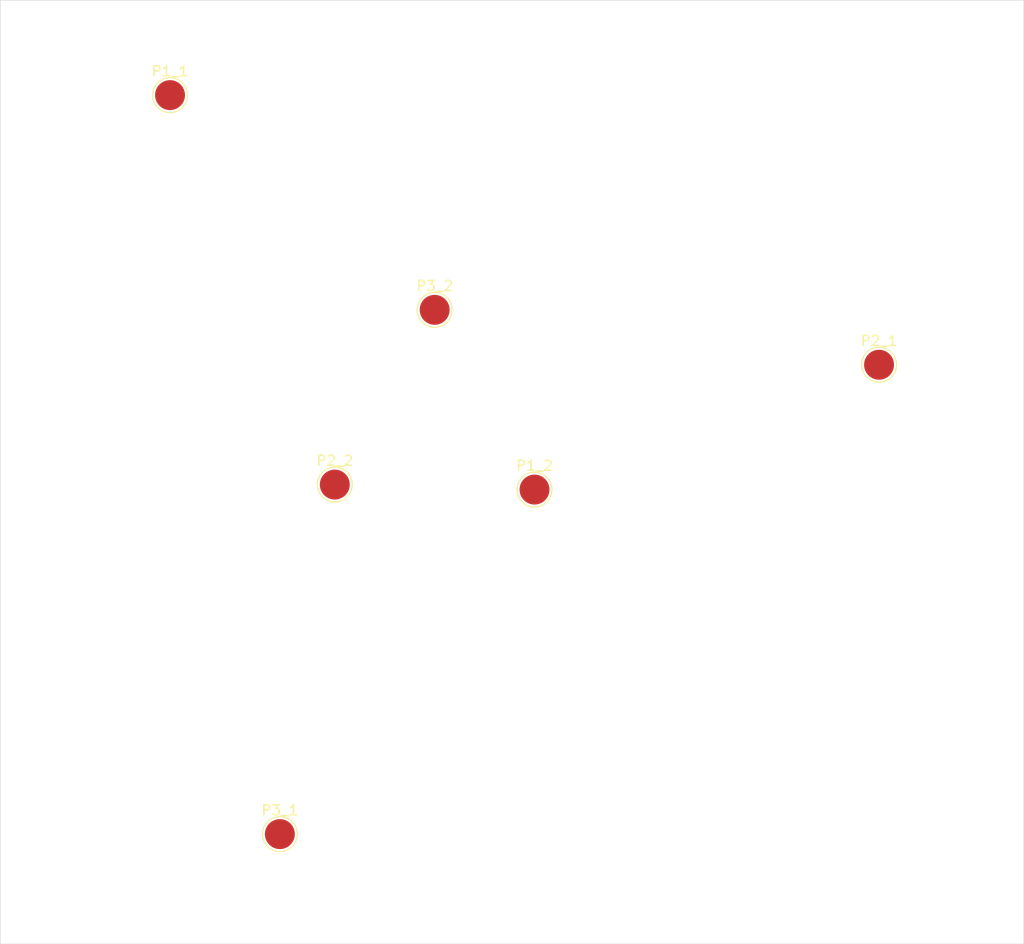
<source format=kicad_pcb>
(kicad_pcb (version 20241229) (generator "pcbnew") (generator_version "9.0")
  (layers (0 "F.Cu" signal) (2 "B.Cu" signal) (13 "F.Paste" user) (15 "B.Paste" user) (5 "F.SilkS" user "F.Silkscreen") (7 "B.SilkS" user "B.Silkscreen") (1 "F.Mask" user) (3 "B.Mask" user) (25 "Edge.Cuts" user))
  (net 0 "")
  (net 1 "1")
  (net 2 "2")
  (net 3 "3")
  (footprint "TestPoint:TestPoint_Pad_D3.0mm" (layer "F.Cu") (at 98 93.5)
    (property "Reference" "P3_2" (at 0 -2.398 0) (layer "F.SilkS"))
    (property "Value" "TestPoint_Pad_D3.0mm")
    (fp_circle (center 0 0) (end 0 1.75) (stroke (width 0.12)) (fill no) (layer "F.SilkS"))
    (pad "1" smd circle (at 0 0) (size 3 3) (layers "F.Cu" "F.Mask") (net 3 "3"))
  )
  (footprint "TestPoint:TestPoint_Pad_D3.0mm" (layer "F.Cu") (at 71.5 72)
    (property "Reference" "P1_1" (at 0 -2.398 0) (layer "F.SilkS"))
    (property "Value" "TestPoint_Pad_D3.0mm")
    (fp_circle (center 0 0) (end 0 1.75) (stroke (width 0.12)) (fill no) (layer "F.SilkS"))
    (pad "1" smd circle (at 0 0) (size 3 3) (layers "F.Cu" "F.Mask") (net 1 "1"))
  )
  (footprint "TestPoint:TestPoint_Pad_D3.0mm" (layer "F.Cu") (at 88 111)
    (property "Reference" "P2_2" (at 0 -2.398 0) (layer "F.SilkS"))
    (property "Value" "TestPoint_Pad_D3.0mm")
    (fp_circle (center 0 0) (end 0 1.75) (stroke (width 0.12)) (fill no) (layer "F.SilkS"))
    (pad "1" smd circle (at 0 0) (size 3 3) (layers "F.Cu" "F.Mask") (net 2 "2"))
  )
  (footprint "TestPoint:TestPoint_Pad_D3.0mm" (layer "F.Cu") (at 108 111.5)
    (property "Reference" "P1_2" (at 0 -2.398 0) (layer "F.SilkS"))
    (property "Value" "TestPoint_Pad_D3.0mm")
    (fp_circle (center 0 0) (end 0 1.75) (stroke (width 0.12)) (fill no) (layer "F.SilkS"))
    (pad "1" smd circle (at 0 0) (size 3 3) (layers "F.Cu" "F.Mask") (net 1 "1"))
  )
  (footprint "TestPoint:TestPoint_Pad_D3.0mm" (layer "F.Cu") (at 82.5 146)
    (property "Reference" "P3_1" (at 0 -2.398 0) (layer "F.SilkS"))
    (property "Value" "TestPoint_Pad_D3.0mm")
    (fp_circle (center 0 0) (end 0 1.75) (stroke (width 0.12)) (fill no) (layer "F.SilkS"))
    (pad "1" smd circle (at 0 0) (size 3 3) (layers "F.Cu" "F.Mask") (net 3 "3"))
  )
  (footprint "TestPoint:TestPoint_Pad_D3.0mm" (layer "F.Cu") (at 142.5 99)
    (property "Reference" "P2_1" (at 0 -2.398 0) (layer "F.SilkS"))
    (property "Value" "TestPoint_Pad_D3.0mm")
    (fp_circle (center 0 0) (end 0 1.75) (stroke (width 0.12)) (fill no) (layer "F.SilkS"))
    (pad "1" smd circle (at 0 0) (size 3 3) (layers "F.Cu" "F.Mask") (net 2 "2"))
  )
  (gr_rect (start 54.5 62.5) (end 157 157) (stroke (width 0.05)) (fill no) (layer "Edge.Cuts"))
)
</source>
